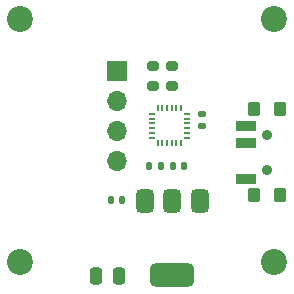
<source format=gbr>
%TF.GenerationSoftware,KiCad,Pcbnew,8.0.5*%
%TF.CreationDate,2024-10-09T18:33:24-04:00*%
%TF.ProjectId,PostureBestICM20948,506f7374-7572-4654-9265-737449434d32,rev?*%
%TF.SameCoordinates,Original*%
%TF.FileFunction,Soldermask,Top*%
%TF.FilePolarity,Negative*%
%FSLAX46Y46*%
G04 Gerber Fmt 4.6, Leading zero omitted, Abs format (unit mm)*
G04 Created by KiCad (PCBNEW 8.0.5) date 2024-10-09 18:33:24*
%MOMM*%
%LPD*%
G01*
G04 APERTURE LIST*
G04 Aperture macros list*
%AMRoundRect*
0 Rectangle with rounded corners*
0 $1 Rounding radius*
0 $2 $3 $4 $5 $6 $7 $8 $9 X,Y pos of 4 corners*
0 Add a 4 corners polygon primitive as box body*
4,1,4,$2,$3,$4,$5,$6,$7,$8,$9,$2,$3,0*
0 Add four circle primitives for the rounded corners*
1,1,$1+$1,$2,$3*
1,1,$1+$1,$4,$5*
1,1,$1+$1,$6,$7*
1,1,$1+$1,$8,$9*
0 Add four rect primitives between the rounded corners*
20,1,$1+$1,$2,$3,$4,$5,0*
20,1,$1+$1,$4,$5,$6,$7,0*
20,1,$1+$1,$6,$7,$8,$9,0*
20,1,$1+$1,$8,$9,$2,$3,0*%
G04 Aperture macros list end*
%ADD10RoundRect,0.250000X0.250000X0.475000X-0.250000X0.475000X-0.250000X-0.475000X0.250000X-0.475000X0*%
%ADD11C,2.200000*%
%ADD12RoundRect,0.140000X-0.170000X0.140000X-0.170000X-0.140000X0.170000X-0.140000X0.170000X0.140000X0*%
%ADD13RoundRect,0.200000X0.275000X-0.200000X0.275000X0.200000X-0.275000X0.200000X-0.275000X-0.200000X0*%
%ADD14RoundRect,0.140000X0.140000X0.170000X-0.140000X0.170000X-0.140000X-0.170000X0.140000X-0.170000X0*%
%ADD15C,0.900000*%
%ADD16RoundRect,0.102000X0.750000X-0.350000X0.750000X0.350000X-0.750000X0.350000X-0.750000X-0.350000X0*%
%ADD17RoundRect,0.102000X0.400000X-0.500000X0.400000X0.500000X-0.400000X0.500000X-0.400000X-0.500000X0*%
%ADD18RoundRect,0.140000X-0.140000X-0.170000X0.140000X-0.170000X0.140000X0.170000X-0.140000X0.170000X0*%
%ADD19RoundRect,0.375000X-0.375000X0.625000X-0.375000X-0.625000X0.375000X-0.625000X0.375000X0.625000X0*%
%ADD20RoundRect,0.500000X-1.400000X0.500000X-1.400000X-0.500000X1.400000X-0.500000X1.400000X0.500000X0*%
%ADD21RoundRect,0.050000X-0.225000X-0.050000X0.225000X-0.050000X0.225000X0.050000X-0.225000X0.050000X0*%
%ADD22RoundRect,0.050000X0.050000X-0.225000X0.050000X0.225000X-0.050000X0.225000X-0.050000X-0.225000X0*%
%ADD23R,1.700000X1.700000*%
%ADD24O,1.700000X1.700000*%
G04 APERTURE END LIST*
D10*
%TO.C,C1*%
X112950000Y-103700000D03*
X111050000Y-103700000D03*
%TD*%
D11*
%TO.C,H2*%
X126100000Y-102500000D03*
%TD*%
D12*
%TO.C,C2*%
X120000000Y-90020000D03*
X120000000Y-90980000D03*
%TD*%
D11*
%TO.C,H3*%
X104600000Y-102500000D03*
%TD*%
%TO.C,H4*%
X104600000Y-82000000D03*
%TD*%
D13*
%TO.C,R2*%
X115900000Y-87625000D03*
X115900000Y-85975000D03*
%TD*%
D14*
%TO.C,C4*%
X113230000Y-97300000D03*
X112270000Y-97300000D03*
%TD*%
D15*
%TO.C,SW1*%
X125500000Y-94750000D03*
X125500000Y-91750000D03*
D16*
X123750000Y-95500000D03*
X123750000Y-92500000D03*
X123750000Y-91000000D03*
D17*
X124400000Y-96900000D03*
X124400000Y-89600000D03*
X126600000Y-96900000D03*
X126600000Y-89600000D03*
%TD*%
D18*
%TO.C,C3*%
X117540000Y-94400000D03*
X118500000Y-94400000D03*
%TD*%
D14*
%TO.C,C5*%
X116520000Y-94400000D03*
X115560000Y-94400000D03*
%TD*%
D13*
%TO.C,R1*%
X117500000Y-87625000D03*
X117500000Y-85975000D03*
%TD*%
D19*
%TO.C,U2*%
X119800000Y-97350000D03*
X117500000Y-97350000D03*
D20*
X117500000Y-103650000D03*
D19*
X115200000Y-97350000D03*
%TD*%
D11*
%TO.C,H1*%
X126100000Y-82000000D03*
%TD*%
D21*
%TO.C,U1*%
X115750000Y-90000000D03*
X115750000Y-90400000D03*
X115750000Y-90800000D03*
X115750000Y-91200000D03*
X115750000Y-91600000D03*
X115750000Y-92000000D03*
D22*
X116250000Y-92500000D03*
X116650000Y-92500000D03*
X117050000Y-92500000D03*
X117450000Y-92500000D03*
X117850000Y-92500000D03*
X118250000Y-92500000D03*
D21*
X118750000Y-92000000D03*
X118750000Y-91600000D03*
X118750000Y-91200000D03*
X118750000Y-90800000D03*
X118750000Y-90400000D03*
X118750000Y-90000000D03*
D22*
X118250000Y-89500000D03*
X117850000Y-89500000D03*
X117450000Y-89500000D03*
X117050000Y-89500000D03*
X116650000Y-89500000D03*
X116250000Y-89500000D03*
%TD*%
D23*
%TO.C,J1*%
X112800000Y-86350000D03*
D24*
X112800000Y-88890000D03*
X112800000Y-91430000D03*
X112800000Y-93970000D03*
%TD*%
M02*

</source>
